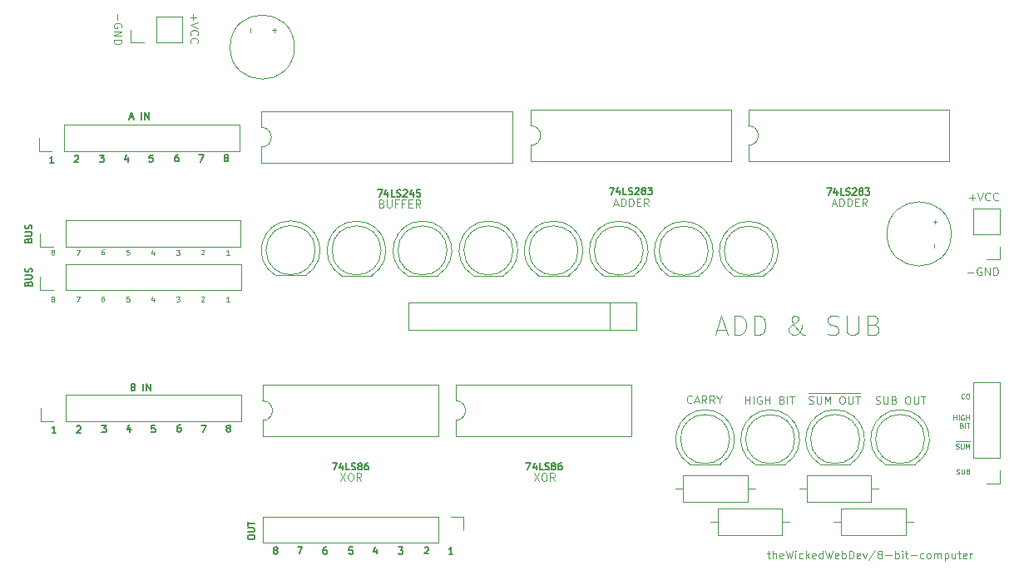
<source format=gbr>
%TF.GenerationSoftware,KiCad,Pcbnew,(5.1.9-0-10_14)*%
%TF.CreationDate,2021-05-08T23:41:31-04:00*%
%TF.ProjectId,ALU,414c552e-6b69-4636-9164-5f7063625858,rev?*%
%TF.SameCoordinates,Original*%
%TF.FileFunction,Legend,Top*%
%TF.FilePolarity,Positive*%
%FSLAX46Y46*%
G04 Gerber Fmt 4.6, Leading zero omitted, Abs format (unit mm)*
G04 Created by KiCad (PCBNEW (5.1.9-0-10_14)) date 2021-05-08 23:41:31*
%MOMM*%
%LPD*%
G01*
G04 APERTURE LIST*
%ADD10C,0.150000*%
%ADD11C,0.090000*%
%ADD12C,0.100000*%
%ADD13C,0.120000*%
%ADD14C,0.050000*%
G04 APERTURE END LIST*
D10*
X111436760Y-110542506D02*
X111036760Y-110542506D01*
X111236760Y-110542506D02*
X111236760Y-109842506D01*
X111170093Y-109942506D01*
X111103426Y-110009173D01*
X111036760Y-110042506D01*
X108578040Y-109883773D02*
X108611373Y-109850440D01*
X108678040Y-109817106D01*
X108844706Y-109817106D01*
X108911373Y-109850440D01*
X108944706Y-109883773D01*
X108978040Y-109950440D01*
X108978040Y-110017106D01*
X108944706Y-110117106D01*
X108544706Y-110517106D01*
X108978040Y-110517106D01*
X98568493Y-109842506D02*
X98435160Y-109842506D01*
X98368493Y-109875840D01*
X98335160Y-109909173D01*
X98268493Y-110009173D01*
X98235160Y-110142506D01*
X98235160Y-110409173D01*
X98268493Y-110475840D01*
X98301826Y-110509173D01*
X98368493Y-110542506D01*
X98501826Y-110542506D01*
X98568493Y-110509173D01*
X98601826Y-110475840D01*
X98635160Y-110409173D01*
X98635160Y-110242506D01*
X98601826Y-110175840D01*
X98568493Y-110142506D01*
X98501826Y-110109173D01*
X98368493Y-110109173D01*
X98301826Y-110142506D01*
X98268493Y-110175840D01*
X98235160Y-110242506D01*
X93339293Y-110142506D02*
X93272626Y-110109173D01*
X93239293Y-110075840D01*
X93205960Y-110009173D01*
X93205960Y-109975840D01*
X93239293Y-109909173D01*
X93272626Y-109875840D01*
X93339293Y-109842506D01*
X93472626Y-109842506D01*
X93539293Y-109875840D01*
X93572626Y-109909173D01*
X93605960Y-109975840D01*
X93605960Y-110009173D01*
X93572626Y-110075840D01*
X93539293Y-110109173D01*
X93472626Y-110142506D01*
X93339293Y-110142506D01*
X93272626Y-110175840D01*
X93239293Y-110209173D01*
X93205960Y-110275840D01*
X93205960Y-110409173D01*
X93239293Y-110475840D01*
X93272626Y-110509173D01*
X93339293Y-110542506D01*
X93472626Y-110542506D01*
X93539293Y-110509173D01*
X93572626Y-110475840D01*
X93605960Y-110409173D01*
X93605960Y-110275840D01*
X93572626Y-110209173D01*
X93539293Y-110175840D01*
X93472626Y-110142506D01*
X101228186Y-109842506D02*
X100894853Y-109842506D01*
X100861520Y-110175840D01*
X100894853Y-110142506D01*
X100961520Y-110109173D01*
X101128186Y-110109173D01*
X101194853Y-110142506D01*
X101228186Y-110175840D01*
X101261520Y-110242506D01*
X101261520Y-110409173D01*
X101228186Y-110475840D01*
X101194853Y-110509173D01*
X101128186Y-110542506D01*
X100961520Y-110542506D01*
X100894853Y-110509173D01*
X100861520Y-110475840D01*
X105933586Y-109837426D02*
X106366920Y-109837426D01*
X106133586Y-110104093D01*
X106233586Y-110104093D01*
X106300253Y-110137426D01*
X106333586Y-110170760D01*
X106366920Y-110237426D01*
X106366920Y-110404093D01*
X106333586Y-110470760D01*
X106300253Y-110504093D01*
X106233586Y-110537426D01*
X106033586Y-110537426D01*
X105966920Y-110504093D01*
X105933586Y-110470760D01*
X95646586Y-109812026D02*
X96113253Y-109812026D01*
X95813253Y-110512026D01*
X103729773Y-110050440D02*
X103729773Y-110517106D01*
X103563106Y-109783773D02*
X103396440Y-110283773D01*
X103829773Y-110283773D01*
X90553746Y-108893840D02*
X90553746Y-108760506D01*
X90587080Y-108693840D01*
X90653746Y-108627173D01*
X90787080Y-108593840D01*
X91020413Y-108593840D01*
X91153746Y-108627173D01*
X91220413Y-108693840D01*
X91253746Y-108760506D01*
X91253746Y-108893840D01*
X91220413Y-108960506D01*
X91153746Y-109027173D01*
X91020413Y-109060506D01*
X90787080Y-109060506D01*
X90653746Y-109027173D01*
X90587080Y-108960506D01*
X90553746Y-108893840D01*
X90553746Y-108293840D02*
X91120413Y-108293840D01*
X91187080Y-108260506D01*
X91220413Y-108227173D01*
X91253746Y-108160506D01*
X91253746Y-108027173D01*
X91220413Y-107960506D01*
X91187080Y-107927173D01*
X91120413Y-107893840D01*
X90553746Y-107893840D01*
X90553746Y-107660506D02*
X90553746Y-107260506D01*
X91253746Y-107460506D02*
X90553746Y-107460506D01*
D11*
X85032857Y-55529785D02*
X85032857Y-56139309D01*
X84728095Y-55834547D02*
X85337619Y-55834547D01*
X85528095Y-56405976D02*
X84728095Y-56672642D01*
X85528095Y-56939309D01*
X84804285Y-57663119D02*
X84766190Y-57625023D01*
X84728095Y-57510738D01*
X84728095Y-57434547D01*
X84766190Y-57320261D01*
X84842380Y-57244071D01*
X84918571Y-57205976D01*
X85070952Y-57167880D01*
X85185238Y-57167880D01*
X85337619Y-57205976D01*
X85413809Y-57244071D01*
X85490000Y-57320261D01*
X85528095Y-57434547D01*
X85528095Y-57510738D01*
X85490000Y-57625023D01*
X85451904Y-57663119D01*
X84804285Y-58463119D02*
X84766190Y-58425023D01*
X84728095Y-58310738D01*
X84728095Y-58234547D01*
X84766190Y-58120261D01*
X84842380Y-58044071D01*
X84918571Y-58005976D01*
X85070952Y-57967880D01*
X85185238Y-57967880D01*
X85337619Y-58005976D01*
X85413809Y-58044071D01*
X85490000Y-58120261D01*
X85528095Y-58234547D01*
X85528095Y-58310738D01*
X85490000Y-58425023D01*
X85451904Y-58463119D01*
X77252857Y-55503404D02*
X77252857Y-56112928D01*
X77710000Y-56912928D02*
X77748095Y-56836738D01*
X77748095Y-56722452D01*
X77710000Y-56608166D01*
X77633809Y-56531976D01*
X77557619Y-56493880D01*
X77405238Y-56455785D01*
X77290952Y-56455785D01*
X77138571Y-56493880D01*
X77062380Y-56531976D01*
X76986190Y-56608166D01*
X76948095Y-56722452D01*
X76948095Y-56798642D01*
X76986190Y-56912928D01*
X77024285Y-56951023D01*
X77290952Y-56951023D01*
X77290952Y-56798642D01*
X76948095Y-57293880D02*
X77748095Y-57293880D01*
X76948095Y-57751023D01*
X77748095Y-57751023D01*
X76948095Y-58131976D02*
X77748095Y-58131976D01*
X77748095Y-58322452D01*
X77710000Y-58436738D01*
X77633809Y-58512928D01*
X77557619Y-58551023D01*
X77405238Y-58589119D01*
X77290952Y-58589119D01*
X77138571Y-58551023D01*
X77062380Y-58512928D01*
X76986190Y-58436738D01*
X76948095Y-58322452D01*
X76948095Y-58131976D01*
D10*
X68245520Y-78577200D02*
X68278853Y-78477200D01*
X68312186Y-78443866D01*
X68378853Y-78410533D01*
X68478853Y-78410533D01*
X68545520Y-78443866D01*
X68578853Y-78477200D01*
X68612186Y-78543866D01*
X68612186Y-78810533D01*
X67912186Y-78810533D01*
X67912186Y-78577200D01*
X67945520Y-78510533D01*
X67978853Y-78477200D01*
X68045520Y-78443866D01*
X68112186Y-78443866D01*
X68178853Y-78477200D01*
X68212186Y-78510533D01*
X68245520Y-78577200D01*
X68245520Y-78810533D01*
X67912186Y-78110533D02*
X68478853Y-78110533D01*
X68545520Y-78077200D01*
X68578853Y-78043866D01*
X68612186Y-77977200D01*
X68612186Y-77843866D01*
X68578853Y-77777200D01*
X68545520Y-77743866D01*
X68478853Y-77710533D01*
X67912186Y-77710533D01*
X68578853Y-77410533D02*
X68612186Y-77310533D01*
X68612186Y-77143866D01*
X68578853Y-77077200D01*
X68545520Y-77043866D01*
X68478853Y-77010533D01*
X68412186Y-77010533D01*
X68345520Y-77043866D01*
X68312186Y-77077200D01*
X68278853Y-77143866D01*
X68245520Y-77277200D01*
X68212186Y-77343866D01*
X68178853Y-77377200D01*
X68112186Y-77410533D01*
X68045520Y-77410533D01*
X67978853Y-77377200D01*
X67945520Y-77343866D01*
X67912186Y-77277200D01*
X67912186Y-77110533D01*
X67945520Y-77010533D01*
D11*
X78496412Y-79543150D02*
X78258317Y-79543150D01*
X78234507Y-79781245D01*
X78258317Y-79757436D01*
X78305936Y-79733626D01*
X78424983Y-79733626D01*
X78472602Y-79757436D01*
X78496412Y-79781245D01*
X78520221Y-79828864D01*
X78520221Y-79947912D01*
X78496412Y-79995531D01*
X78472602Y-80019340D01*
X78424983Y-80043150D01*
X78305936Y-80043150D01*
X78258317Y-80019340D01*
X78234507Y-79995531D01*
X83300858Y-79578710D02*
X83610381Y-79578710D01*
X83443715Y-79769186D01*
X83515143Y-79769186D01*
X83562762Y-79792996D01*
X83586572Y-79816805D01*
X83610381Y-79864424D01*
X83610381Y-79983472D01*
X83586572Y-80031091D01*
X83562762Y-80054900D01*
X83515143Y-80078710D01*
X83372286Y-80078710D01*
X83324667Y-80054900D01*
X83300858Y-80031091D01*
X75907202Y-79527910D02*
X75811964Y-79527910D01*
X75764345Y-79551720D01*
X75740536Y-79575529D01*
X75692917Y-79646958D01*
X75669107Y-79742196D01*
X75669107Y-79932672D01*
X75692917Y-79980291D01*
X75716726Y-80004100D01*
X75764345Y-80027910D01*
X75859583Y-80027910D01*
X75907202Y-80004100D01*
X75931012Y-79980291D01*
X75954821Y-79932672D01*
X75954821Y-79813624D01*
X75931012Y-79766005D01*
X75907202Y-79742196D01*
X75859583Y-79718386D01*
X75764345Y-79718386D01*
X75716726Y-79742196D01*
X75692917Y-79766005D01*
X75669107Y-79813624D01*
X88700541Y-80053310D02*
X88414827Y-80053310D01*
X88557684Y-80053310D02*
X88557684Y-79553310D01*
X88510065Y-79624739D01*
X88462446Y-79672358D01*
X88414827Y-79696167D01*
X70674185Y-79767596D02*
X70626566Y-79743786D01*
X70602757Y-79719977D01*
X70578947Y-79672358D01*
X70578947Y-79648548D01*
X70602757Y-79600929D01*
X70626566Y-79577120D01*
X70674185Y-79553310D01*
X70769423Y-79553310D01*
X70817042Y-79577120D01*
X70840852Y-79600929D01*
X70864661Y-79648548D01*
X70864661Y-79672358D01*
X70840852Y-79719977D01*
X70817042Y-79743786D01*
X70769423Y-79767596D01*
X70674185Y-79767596D01*
X70626566Y-79791405D01*
X70602757Y-79815215D01*
X70578947Y-79862834D01*
X70578947Y-79958072D01*
X70602757Y-80005691D01*
X70626566Y-80029500D01*
X70674185Y-80053310D01*
X70769423Y-80053310D01*
X70817042Y-80029500D01*
X70840852Y-80005691D01*
X70864661Y-79958072D01*
X70864661Y-79862834D01*
X70840852Y-79815215D01*
X70817042Y-79791405D01*
X70769423Y-79767596D01*
X73120538Y-79568550D02*
X73453871Y-79568550D01*
X73239585Y-80068550D01*
X85849427Y-79585689D02*
X85873237Y-79561880D01*
X85920856Y-79538070D01*
X86039903Y-79538070D01*
X86087522Y-79561880D01*
X86111332Y-79585689D01*
X86135141Y-79633308D01*
X86135141Y-79680927D01*
X86111332Y-79752356D01*
X85825618Y-80038070D01*
X86135141Y-80038070D01*
X80997362Y-79730137D02*
X80997362Y-80063470D01*
X80878315Y-79539660D02*
X80759267Y-79896803D01*
X81068791Y-79896803D01*
D12*
X99980885Y-102289664D02*
X100514219Y-103089664D01*
X100514219Y-102289664D02*
X99980885Y-103089664D01*
X100971361Y-102289664D02*
X101123742Y-102289664D01*
X101199933Y-102327760D01*
X101276123Y-102403950D01*
X101314219Y-102556331D01*
X101314219Y-102822998D01*
X101276123Y-102975379D01*
X101199933Y-103051569D01*
X101123742Y-103089664D01*
X100971361Y-103089664D01*
X100895171Y-103051569D01*
X100818980Y-102975379D01*
X100780885Y-102822998D01*
X100780885Y-102556331D01*
X100818980Y-102403950D01*
X100895171Y-102327760D01*
X100971361Y-102289664D01*
X102114219Y-103089664D02*
X101847552Y-102708712D01*
X101657076Y-103089664D02*
X101657076Y-102289664D01*
X101961838Y-102289664D01*
X102038028Y-102327760D01*
X102076123Y-102365855D01*
X102114219Y-102442045D01*
X102114219Y-102556331D01*
X102076123Y-102632521D01*
X102038028Y-102670617D01*
X101961838Y-102708712D01*
X101657076Y-102708712D01*
D13*
X162615880Y-99070160D02*
X164053520Y-99070160D01*
X152908000Y-94127320D02*
X147670520Y-94127320D01*
D11*
X154478282Y-95228369D02*
X154592568Y-95266464D01*
X154783044Y-95266464D01*
X154859235Y-95228369D01*
X154897330Y-95190274D01*
X154935425Y-95114083D01*
X154935425Y-95037893D01*
X154897330Y-94961702D01*
X154859235Y-94923607D01*
X154783044Y-94885512D01*
X154630663Y-94847417D01*
X154554473Y-94809321D01*
X154516378Y-94771226D01*
X154478282Y-94695036D01*
X154478282Y-94618845D01*
X154516378Y-94542655D01*
X154554473Y-94504560D01*
X154630663Y-94466464D01*
X154821140Y-94466464D01*
X154935425Y-94504560D01*
X155278282Y-94466464D02*
X155278282Y-95114083D01*
X155316378Y-95190274D01*
X155354473Y-95228369D01*
X155430663Y-95266464D01*
X155583044Y-95266464D01*
X155659235Y-95228369D01*
X155697330Y-95190274D01*
X155735425Y-95114083D01*
X155735425Y-94466464D01*
X156383044Y-94847417D02*
X156497330Y-94885512D01*
X156535425Y-94923607D01*
X156573520Y-94999798D01*
X156573520Y-95114083D01*
X156535425Y-95190274D01*
X156497330Y-95228369D01*
X156421140Y-95266464D01*
X156116378Y-95266464D01*
X156116378Y-94466464D01*
X156383044Y-94466464D01*
X156459235Y-94504560D01*
X156497330Y-94542655D01*
X156535425Y-94618845D01*
X156535425Y-94695036D01*
X156497330Y-94771226D01*
X156459235Y-94809321D01*
X156383044Y-94847417D01*
X156116378Y-94847417D01*
X157678282Y-94466464D02*
X157830663Y-94466464D01*
X157906854Y-94504560D01*
X157983044Y-94580750D01*
X158021140Y-94733131D01*
X158021140Y-94999798D01*
X157983044Y-95152179D01*
X157906854Y-95228369D01*
X157830663Y-95266464D01*
X157678282Y-95266464D01*
X157602092Y-95228369D01*
X157525901Y-95152179D01*
X157487806Y-94999798D01*
X157487806Y-94733131D01*
X157525901Y-94580750D01*
X157602092Y-94504560D01*
X157678282Y-94466464D01*
X158363997Y-94466464D02*
X158363997Y-95114083D01*
X158402092Y-95190274D01*
X158440187Y-95228369D01*
X158516378Y-95266464D01*
X158668759Y-95266464D01*
X158744949Y-95228369D01*
X158783044Y-95190274D01*
X158821140Y-95114083D01*
X158821140Y-94466464D01*
X159087806Y-94466464D02*
X159544949Y-94466464D01*
X159316378Y-95266464D02*
X159316378Y-94466464D01*
X147678717Y-95202969D02*
X147793002Y-95241064D01*
X147983479Y-95241064D01*
X148059669Y-95202969D01*
X148097764Y-95164874D01*
X148135860Y-95088683D01*
X148135860Y-95012493D01*
X148097764Y-94936302D01*
X148059669Y-94898207D01*
X147983479Y-94860112D01*
X147831098Y-94822017D01*
X147754907Y-94783921D01*
X147716812Y-94745826D01*
X147678717Y-94669636D01*
X147678717Y-94593445D01*
X147716812Y-94517255D01*
X147754907Y-94479160D01*
X147831098Y-94441064D01*
X148021574Y-94441064D01*
X148135860Y-94479160D01*
X148478717Y-94441064D02*
X148478717Y-95088683D01*
X148516812Y-95164874D01*
X148554907Y-95202969D01*
X148631098Y-95241064D01*
X148783479Y-95241064D01*
X148859669Y-95202969D01*
X148897764Y-95164874D01*
X148935860Y-95088683D01*
X148935860Y-94441064D01*
X149316812Y-95241064D02*
X149316812Y-94441064D01*
X149583479Y-95012493D01*
X149850145Y-94441064D01*
X149850145Y-95241064D01*
X150993002Y-94441064D02*
X151145383Y-94441064D01*
X151221574Y-94479160D01*
X151297764Y-94555350D01*
X151335860Y-94707731D01*
X151335860Y-94974398D01*
X151297764Y-95126779D01*
X151221574Y-95202969D01*
X151145383Y-95241064D01*
X150993002Y-95241064D01*
X150916812Y-95202969D01*
X150840621Y-95126779D01*
X150802526Y-94974398D01*
X150802526Y-94707731D01*
X150840621Y-94555350D01*
X150916812Y-94479160D01*
X150993002Y-94441064D01*
X151678717Y-94441064D02*
X151678717Y-95088683D01*
X151716812Y-95164874D01*
X151754907Y-95202969D01*
X151831098Y-95241064D01*
X151983479Y-95241064D01*
X152059669Y-95202969D01*
X152097764Y-95164874D01*
X152135860Y-95088683D01*
X152135860Y-94441064D01*
X152402526Y-94441064D02*
X152859669Y-94441064D01*
X152631098Y-95241064D02*
X152631098Y-94441064D01*
X141209313Y-95235984D02*
X141209313Y-94435984D01*
X141209313Y-94816937D02*
X141666456Y-94816937D01*
X141666456Y-95235984D02*
X141666456Y-94435984D01*
X142047408Y-95235984D02*
X142047408Y-94435984D01*
X142847408Y-94474080D02*
X142771218Y-94435984D01*
X142656932Y-94435984D01*
X142542646Y-94474080D01*
X142466456Y-94550270D01*
X142428360Y-94626460D01*
X142390265Y-94778841D01*
X142390265Y-94893127D01*
X142428360Y-95045508D01*
X142466456Y-95121699D01*
X142542646Y-95197889D01*
X142656932Y-95235984D01*
X142733122Y-95235984D01*
X142847408Y-95197889D01*
X142885503Y-95159794D01*
X142885503Y-94893127D01*
X142733122Y-94893127D01*
X143228360Y-95235984D02*
X143228360Y-94435984D01*
X143228360Y-94816937D02*
X143685503Y-94816937D01*
X143685503Y-95235984D02*
X143685503Y-94435984D01*
X144942646Y-94816937D02*
X145056932Y-94855032D01*
X145095027Y-94893127D01*
X145133122Y-94969318D01*
X145133122Y-95083603D01*
X145095027Y-95159794D01*
X145056932Y-95197889D01*
X144980741Y-95235984D01*
X144675980Y-95235984D01*
X144675980Y-94435984D01*
X144942646Y-94435984D01*
X145018837Y-94474080D01*
X145056932Y-94512175D01*
X145095027Y-94588365D01*
X145095027Y-94664556D01*
X145056932Y-94740746D01*
X145018837Y-94778841D01*
X144942646Y-94816937D01*
X144675980Y-94816937D01*
X145475980Y-95235984D02*
X145475980Y-94435984D01*
X145742646Y-94435984D02*
X146199789Y-94435984D01*
X145971218Y-95235984D02*
X145971218Y-94435984D01*
X135776010Y-95108994D02*
X135737915Y-95147089D01*
X135623629Y-95185184D01*
X135547439Y-95185184D01*
X135433153Y-95147089D01*
X135356962Y-95070899D01*
X135318867Y-94994708D01*
X135280772Y-94842327D01*
X135280772Y-94728041D01*
X135318867Y-94575660D01*
X135356962Y-94499470D01*
X135433153Y-94423280D01*
X135547439Y-94385184D01*
X135623629Y-94385184D01*
X135737915Y-94423280D01*
X135776010Y-94461375D01*
X136080772Y-94956613D02*
X136461724Y-94956613D01*
X136004581Y-95185184D02*
X136271248Y-94385184D01*
X136537915Y-95185184D01*
X137261724Y-95185184D02*
X136995058Y-94804232D01*
X136804581Y-95185184D02*
X136804581Y-94385184D01*
X137109343Y-94385184D01*
X137185534Y-94423280D01*
X137223629Y-94461375D01*
X137261724Y-94537565D01*
X137261724Y-94651851D01*
X137223629Y-94728041D01*
X137185534Y-94766137D01*
X137109343Y-94804232D01*
X136804581Y-94804232D01*
X138061724Y-95185184D02*
X137795058Y-94804232D01*
X137604581Y-95185184D02*
X137604581Y-94385184D01*
X137909343Y-94385184D01*
X137985534Y-94423280D01*
X138023629Y-94461375D01*
X138061724Y-94537565D01*
X138061724Y-94651851D01*
X138023629Y-94728041D01*
X137985534Y-94766137D01*
X137909343Y-94804232D01*
X137604581Y-94804232D01*
X138556962Y-94804232D02*
X138556962Y-95185184D01*
X138290296Y-94385184D02*
X138556962Y-94804232D01*
X138823629Y-94385184D01*
D14*
X143441904Y-110458571D02*
X143746666Y-110458571D01*
X143556190Y-110191904D02*
X143556190Y-110877619D01*
X143594285Y-110953809D01*
X143670476Y-110991904D01*
X143746666Y-110991904D01*
X144013333Y-110991904D02*
X144013333Y-110191904D01*
X144356190Y-110991904D02*
X144356190Y-110572857D01*
X144318095Y-110496666D01*
X144241904Y-110458571D01*
X144127619Y-110458571D01*
X144051428Y-110496666D01*
X144013333Y-110534761D01*
X145041904Y-110953809D02*
X144965714Y-110991904D01*
X144813333Y-110991904D01*
X144737142Y-110953809D01*
X144699047Y-110877619D01*
X144699047Y-110572857D01*
X144737142Y-110496666D01*
X144813333Y-110458571D01*
X144965714Y-110458571D01*
X145041904Y-110496666D01*
X145080000Y-110572857D01*
X145080000Y-110649047D01*
X144699047Y-110725238D01*
X145346666Y-110191904D02*
X145537142Y-110991904D01*
X145689523Y-110420476D01*
X145841904Y-110991904D01*
X146032380Y-110191904D01*
X146337142Y-110991904D02*
X146337142Y-110458571D01*
X146337142Y-110191904D02*
X146299047Y-110230000D01*
X146337142Y-110268095D01*
X146375238Y-110230000D01*
X146337142Y-110191904D01*
X146337142Y-110268095D01*
X147060952Y-110953809D02*
X146984761Y-110991904D01*
X146832380Y-110991904D01*
X146756190Y-110953809D01*
X146718095Y-110915714D01*
X146680000Y-110839523D01*
X146680000Y-110610952D01*
X146718095Y-110534761D01*
X146756190Y-110496666D01*
X146832380Y-110458571D01*
X146984761Y-110458571D01*
X147060952Y-110496666D01*
X147403809Y-110991904D02*
X147403809Y-110191904D01*
X147480000Y-110687142D02*
X147708571Y-110991904D01*
X147708571Y-110458571D02*
X147403809Y-110763333D01*
X148356190Y-110953809D02*
X148280000Y-110991904D01*
X148127619Y-110991904D01*
X148051428Y-110953809D01*
X148013333Y-110877619D01*
X148013333Y-110572857D01*
X148051428Y-110496666D01*
X148127619Y-110458571D01*
X148280000Y-110458571D01*
X148356190Y-110496666D01*
X148394285Y-110572857D01*
X148394285Y-110649047D01*
X148013333Y-110725238D01*
X149080000Y-110991904D02*
X149080000Y-110191904D01*
X149080000Y-110953809D02*
X149003809Y-110991904D01*
X148851428Y-110991904D01*
X148775238Y-110953809D01*
X148737142Y-110915714D01*
X148699047Y-110839523D01*
X148699047Y-110610952D01*
X148737142Y-110534761D01*
X148775238Y-110496666D01*
X148851428Y-110458571D01*
X149003809Y-110458571D01*
X149080000Y-110496666D01*
X149384761Y-110191904D02*
X149575238Y-110991904D01*
X149727619Y-110420476D01*
X149880000Y-110991904D01*
X150070476Y-110191904D01*
X150680000Y-110953809D02*
X150603809Y-110991904D01*
X150451428Y-110991904D01*
X150375238Y-110953809D01*
X150337142Y-110877619D01*
X150337142Y-110572857D01*
X150375238Y-110496666D01*
X150451428Y-110458571D01*
X150603809Y-110458571D01*
X150680000Y-110496666D01*
X150718095Y-110572857D01*
X150718095Y-110649047D01*
X150337142Y-110725238D01*
X151060952Y-110991904D02*
X151060952Y-110191904D01*
X151060952Y-110496666D02*
X151137142Y-110458571D01*
X151289523Y-110458571D01*
X151365714Y-110496666D01*
X151403809Y-110534761D01*
X151441904Y-110610952D01*
X151441904Y-110839523D01*
X151403809Y-110915714D01*
X151365714Y-110953809D01*
X151289523Y-110991904D01*
X151137142Y-110991904D01*
X151060952Y-110953809D01*
X151784761Y-110991904D02*
X151784761Y-110191904D01*
X151975238Y-110191904D01*
X152089523Y-110230000D01*
X152165714Y-110306190D01*
X152203809Y-110382380D01*
X152241904Y-110534761D01*
X152241904Y-110649047D01*
X152203809Y-110801428D01*
X152165714Y-110877619D01*
X152089523Y-110953809D01*
X151975238Y-110991904D01*
X151784761Y-110991904D01*
X152889523Y-110953809D02*
X152813333Y-110991904D01*
X152660952Y-110991904D01*
X152584761Y-110953809D01*
X152546666Y-110877619D01*
X152546666Y-110572857D01*
X152584761Y-110496666D01*
X152660952Y-110458571D01*
X152813333Y-110458571D01*
X152889523Y-110496666D01*
X152927619Y-110572857D01*
X152927619Y-110649047D01*
X152546666Y-110725238D01*
X153194285Y-110458571D02*
X153384761Y-110991904D01*
X153575238Y-110458571D01*
X154451428Y-110153809D02*
X153765714Y-111182380D01*
X154832380Y-110534761D02*
X154756190Y-110496666D01*
X154718095Y-110458571D01*
X154680000Y-110382380D01*
X154680000Y-110344285D01*
X154718095Y-110268095D01*
X154756190Y-110230000D01*
X154832380Y-110191904D01*
X154984761Y-110191904D01*
X155060952Y-110230000D01*
X155099047Y-110268095D01*
X155137142Y-110344285D01*
X155137142Y-110382380D01*
X155099047Y-110458571D01*
X155060952Y-110496666D01*
X154984761Y-110534761D01*
X154832380Y-110534761D01*
X154756190Y-110572857D01*
X154718095Y-110610952D01*
X154680000Y-110687142D01*
X154680000Y-110839523D01*
X154718095Y-110915714D01*
X154756190Y-110953809D01*
X154832380Y-110991904D01*
X154984761Y-110991904D01*
X155060952Y-110953809D01*
X155099047Y-110915714D01*
X155137142Y-110839523D01*
X155137142Y-110687142D01*
X155099047Y-110610952D01*
X155060952Y-110572857D01*
X154984761Y-110534761D01*
X155480000Y-110687142D02*
X156089523Y-110687142D01*
X156470476Y-110991904D02*
X156470476Y-110191904D01*
X156470476Y-110496666D02*
X156546666Y-110458571D01*
X156699047Y-110458571D01*
X156775238Y-110496666D01*
X156813333Y-110534761D01*
X156851428Y-110610952D01*
X156851428Y-110839523D01*
X156813333Y-110915714D01*
X156775238Y-110953809D01*
X156699047Y-110991904D01*
X156546666Y-110991904D01*
X156470476Y-110953809D01*
X157194285Y-110991904D02*
X157194285Y-110458571D01*
X157194285Y-110191904D02*
X157156190Y-110230000D01*
X157194285Y-110268095D01*
X157232380Y-110230000D01*
X157194285Y-110191904D01*
X157194285Y-110268095D01*
X157460952Y-110458571D02*
X157765714Y-110458571D01*
X157575238Y-110191904D02*
X157575238Y-110877619D01*
X157613333Y-110953809D01*
X157689523Y-110991904D01*
X157765714Y-110991904D01*
X158032380Y-110687142D02*
X158641904Y-110687142D01*
X159365714Y-110953809D02*
X159289523Y-110991904D01*
X159137142Y-110991904D01*
X159060952Y-110953809D01*
X159022857Y-110915714D01*
X158984761Y-110839523D01*
X158984761Y-110610952D01*
X159022857Y-110534761D01*
X159060952Y-110496666D01*
X159137142Y-110458571D01*
X159289523Y-110458571D01*
X159365714Y-110496666D01*
X159822857Y-110991904D02*
X159746666Y-110953809D01*
X159708571Y-110915714D01*
X159670476Y-110839523D01*
X159670476Y-110610952D01*
X159708571Y-110534761D01*
X159746666Y-110496666D01*
X159822857Y-110458571D01*
X159937142Y-110458571D01*
X160013333Y-110496666D01*
X160051428Y-110534761D01*
X160089523Y-110610952D01*
X160089523Y-110839523D01*
X160051428Y-110915714D01*
X160013333Y-110953809D01*
X159937142Y-110991904D01*
X159822857Y-110991904D01*
X160432380Y-110991904D02*
X160432380Y-110458571D01*
X160432380Y-110534761D02*
X160470476Y-110496666D01*
X160546666Y-110458571D01*
X160660952Y-110458571D01*
X160737142Y-110496666D01*
X160775238Y-110572857D01*
X160775238Y-110991904D01*
X160775238Y-110572857D02*
X160813333Y-110496666D01*
X160889523Y-110458571D01*
X161003809Y-110458571D01*
X161080000Y-110496666D01*
X161118095Y-110572857D01*
X161118095Y-110991904D01*
X161499047Y-110458571D02*
X161499047Y-111258571D01*
X161499047Y-110496666D02*
X161575238Y-110458571D01*
X161727619Y-110458571D01*
X161803809Y-110496666D01*
X161841904Y-110534761D01*
X161880000Y-110610952D01*
X161880000Y-110839523D01*
X161841904Y-110915714D01*
X161803809Y-110953809D01*
X161727619Y-110991904D01*
X161575238Y-110991904D01*
X161499047Y-110953809D01*
X162565714Y-110458571D02*
X162565714Y-110991904D01*
X162222857Y-110458571D02*
X162222857Y-110877619D01*
X162260952Y-110953809D01*
X162337142Y-110991904D01*
X162451428Y-110991904D01*
X162527619Y-110953809D01*
X162565714Y-110915714D01*
X162832380Y-110458571D02*
X163137142Y-110458571D01*
X162946666Y-110191904D02*
X162946666Y-110877619D01*
X162984761Y-110953809D01*
X163060952Y-110991904D01*
X163137142Y-110991904D01*
X163708571Y-110953809D02*
X163632380Y-110991904D01*
X163480000Y-110991904D01*
X163403809Y-110953809D01*
X163365714Y-110877619D01*
X163365714Y-110572857D01*
X163403809Y-110496666D01*
X163480000Y-110458571D01*
X163632380Y-110458571D01*
X163708571Y-110496666D01*
X163746666Y-110572857D01*
X163746666Y-110649047D01*
X163365714Y-110725238D01*
X164089523Y-110991904D02*
X164089523Y-110458571D01*
X164089523Y-110610952D02*
X164127619Y-110534761D01*
X164165714Y-110496666D01*
X164241904Y-110458571D01*
X164318095Y-110458571D01*
D12*
X138324984Y-87668693D02*
X139277365Y-87668693D01*
X138134508Y-88240121D02*
X138801175Y-86240121D01*
X139467841Y-88240121D01*
X140134508Y-88240121D02*
X140134508Y-86240121D01*
X140610699Y-86240121D01*
X140896413Y-86335360D01*
X141086889Y-86525836D01*
X141182127Y-86716312D01*
X141277365Y-87097264D01*
X141277365Y-87382979D01*
X141182127Y-87763931D01*
X141086889Y-87954407D01*
X140896413Y-88144883D01*
X140610699Y-88240121D01*
X140134508Y-88240121D01*
X142134508Y-88240121D02*
X142134508Y-86240121D01*
X142610699Y-86240121D01*
X142896413Y-86335360D01*
X143086889Y-86525836D01*
X143182127Y-86716312D01*
X143277365Y-87097264D01*
X143277365Y-87382979D01*
X143182127Y-87763931D01*
X143086889Y-87954407D01*
X142896413Y-88144883D01*
X142610699Y-88240121D01*
X142134508Y-88240121D01*
X147277365Y-88240121D02*
X147182127Y-88240121D01*
X146991651Y-88144883D01*
X146705937Y-87859169D01*
X146229746Y-87287740D01*
X146039270Y-87002026D01*
X145944032Y-86716312D01*
X145944032Y-86525836D01*
X146039270Y-86335360D01*
X146229746Y-86240121D01*
X146324984Y-86240121D01*
X146515460Y-86335360D01*
X146610699Y-86525836D01*
X146610699Y-86621074D01*
X146515460Y-86811550D01*
X146420222Y-86906788D01*
X145848794Y-87287740D01*
X145753556Y-87382979D01*
X145658318Y-87573455D01*
X145658318Y-87859169D01*
X145753556Y-88049645D01*
X145848794Y-88144883D01*
X146039270Y-88240121D01*
X146324984Y-88240121D01*
X146515460Y-88144883D01*
X146610699Y-88049645D01*
X146896413Y-87668693D01*
X146991651Y-87382979D01*
X146991651Y-87192502D01*
X149563080Y-88144883D02*
X149848794Y-88240121D01*
X150324984Y-88240121D01*
X150515460Y-88144883D01*
X150610699Y-88049645D01*
X150705937Y-87859169D01*
X150705937Y-87668693D01*
X150610699Y-87478217D01*
X150515460Y-87382979D01*
X150324984Y-87287740D01*
X149944032Y-87192502D01*
X149753556Y-87097264D01*
X149658318Y-87002026D01*
X149563080Y-86811550D01*
X149563080Y-86621074D01*
X149658318Y-86430598D01*
X149753556Y-86335360D01*
X149944032Y-86240121D01*
X150420222Y-86240121D01*
X150705937Y-86335360D01*
X151563080Y-86240121D02*
X151563080Y-87859169D01*
X151658318Y-88049645D01*
X151753556Y-88144883D01*
X151944032Y-88240121D01*
X152324984Y-88240121D01*
X152515460Y-88144883D01*
X152610699Y-88049645D01*
X152705937Y-87859169D01*
X152705937Y-86240121D01*
X154324984Y-87192502D02*
X154610699Y-87287740D01*
X154705937Y-87382979D01*
X154801175Y-87573455D01*
X154801175Y-87859169D01*
X154705937Y-88049645D01*
X154610699Y-88144883D01*
X154420222Y-88240121D01*
X153658318Y-88240121D01*
X153658318Y-86240121D01*
X154324984Y-86240121D01*
X154515460Y-86335360D01*
X154610699Y-86430598D01*
X154705937Y-86621074D01*
X154705937Y-86811550D01*
X154610699Y-87002026D01*
X154515460Y-87097264D01*
X154324984Y-87192502D01*
X153658318Y-87192502D01*
X104220236Y-74832857D02*
X104334521Y-74870952D01*
X104372617Y-74909047D01*
X104410712Y-74985238D01*
X104410712Y-75099523D01*
X104372617Y-75175714D01*
X104334521Y-75213809D01*
X104258331Y-75251904D01*
X103953569Y-75251904D01*
X103953569Y-74451904D01*
X104220236Y-74451904D01*
X104296426Y-74490000D01*
X104334521Y-74528095D01*
X104372617Y-74604285D01*
X104372617Y-74680476D01*
X104334521Y-74756666D01*
X104296426Y-74794761D01*
X104220236Y-74832857D01*
X103953569Y-74832857D01*
X104753569Y-74451904D02*
X104753569Y-75099523D01*
X104791664Y-75175714D01*
X104829760Y-75213809D01*
X104905950Y-75251904D01*
X105058331Y-75251904D01*
X105134521Y-75213809D01*
X105172617Y-75175714D01*
X105210712Y-75099523D01*
X105210712Y-74451904D01*
X105858331Y-74832857D02*
X105591664Y-74832857D01*
X105591664Y-75251904D02*
X105591664Y-74451904D01*
X105972617Y-74451904D01*
X106544045Y-74832857D02*
X106277379Y-74832857D01*
X106277379Y-75251904D02*
X106277379Y-74451904D01*
X106658331Y-74451904D01*
X106963093Y-74832857D02*
X107229760Y-74832857D01*
X107344045Y-75251904D02*
X106963093Y-75251904D01*
X106963093Y-74451904D01*
X107344045Y-74451904D01*
X108144045Y-75251904D02*
X107877379Y-74870952D01*
X107686902Y-75251904D02*
X107686902Y-74451904D01*
X107991664Y-74451904D01*
X108067855Y-74490000D01*
X108105950Y-74528095D01*
X108144045Y-74604285D01*
X108144045Y-74718571D01*
X108105950Y-74794761D01*
X108067855Y-74832857D01*
X107991664Y-74870952D01*
X107686902Y-74870952D01*
D10*
X127406666Y-73206666D02*
X127873333Y-73206666D01*
X127573333Y-73906666D01*
X128440000Y-73440000D02*
X128440000Y-73906666D01*
X128273333Y-73173333D02*
X128106666Y-73673333D01*
X128540000Y-73673333D01*
X129140000Y-73906666D02*
X128806666Y-73906666D01*
X128806666Y-73206666D01*
X129340000Y-73873333D02*
X129440000Y-73906666D01*
X129606666Y-73906666D01*
X129673333Y-73873333D01*
X129706666Y-73840000D01*
X129740000Y-73773333D01*
X129740000Y-73706666D01*
X129706666Y-73640000D01*
X129673333Y-73606666D01*
X129606666Y-73573333D01*
X129473333Y-73540000D01*
X129406666Y-73506666D01*
X129373333Y-73473333D01*
X129340000Y-73406666D01*
X129340000Y-73340000D01*
X129373333Y-73273333D01*
X129406666Y-73240000D01*
X129473333Y-73206666D01*
X129640000Y-73206666D01*
X129740000Y-73240000D01*
X130006666Y-73273333D02*
X130040000Y-73240000D01*
X130106666Y-73206666D01*
X130273333Y-73206666D01*
X130340000Y-73240000D01*
X130373333Y-73273333D01*
X130406666Y-73340000D01*
X130406666Y-73406666D01*
X130373333Y-73506666D01*
X129973333Y-73906666D01*
X130406666Y-73906666D01*
X130806666Y-73506666D02*
X130740000Y-73473333D01*
X130706666Y-73440000D01*
X130673333Y-73373333D01*
X130673333Y-73340000D01*
X130706666Y-73273333D01*
X130740000Y-73240000D01*
X130806666Y-73206666D01*
X130940000Y-73206666D01*
X131006666Y-73240000D01*
X131040000Y-73273333D01*
X131073333Y-73340000D01*
X131073333Y-73373333D01*
X131040000Y-73440000D01*
X131006666Y-73473333D01*
X130940000Y-73506666D01*
X130806666Y-73506666D01*
X130740000Y-73540000D01*
X130706666Y-73573333D01*
X130673333Y-73640000D01*
X130673333Y-73773333D01*
X130706666Y-73840000D01*
X130740000Y-73873333D01*
X130806666Y-73906666D01*
X130940000Y-73906666D01*
X131006666Y-73873333D01*
X131040000Y-73840000D01*
X131073333Y-73773333D01*
X131073333Y-73640000D01*
X131040000Y-73573333D01*
X131006666Y-73540000D01*
X130940000Y-73506666D01*
X131306666Y-73206666D02*
X131740000Y-73206666D01*
X131506666Y-73473333D01*
X131606666Y-73473333D01*
X131673333Y-73506666D01*
X131706666Y-73540000D01*
X131740000Y-73606666D01*
X131740000Y-73773333D01*
X131706666Y-73840000D01*
X131673333Y-73873333D01*
X131606666Y-73906666D01*
X131406666Y-73906666D01*
X131340000Y-73873333D01*
X131306666Y-73840000D01*
D12*
X127858739Y-74885533D02*
X128239691Y-74885533D01*
X127782548Y-75114104D02*
X128049215Y-74314104D01*
X128315881Y-75114104D01*
X128582548Y-75114104D02*
X128582548Y-74314104D01*
X128773024Y-74314104D01*
X128887310Y-74352200D01*
X128963500Y-74428390D01*
X129001596Y-74504580D01*
X129039691Y-74656961D01*
X129039691Y-74771247D01*
X129001596Y-74923628D01*
X128963500Y-74999819D01*
X128887310Y-75076009D01*
X128773024Y-75114104D01*
X128582548Y-75114104D01*
X129382548Y-75114104D02*
X129382548Y-74314104D01*
X129573024Y-74314104D01*
X129687310Y-74352200D01*
X129763500Y-74428390D01*
X129801596Y-74504580D01*
X129839691Y-74656961D01*
X129839691Y-74771247D01*
X129801596Y-74923628D01*
X129763500Y-74999819D01*
X129687310Y-75076009D01*
X129573024Y-75114104D01*
X129382548Y-75114104D01*
X130182548Y-74695057D02*
X130449215Y-74695057D01*
X130563500Y-75114104D02*
X130182548Y-75114104D01*
X130182548Y-74314104D01*
X130563500Y-74314104D01*
X131363500Y-75114104D02*
X131096834Y-74733152D01*
X130906358Y-75114104D02*
X130906358Y-74314104D01*
X131211120Y-74314104D01*
X131287310Y-74352200D01*
X131325405Y-74390295D01*
X131363500Y-74466485D01*
X131363500Y-74580771D01*
X131325405Y-74656961D01*
X131287310Y-74695057D01*
X131211120Y-74733152D01*
X130906358Y-74733152D01*
X150087619Y-74873333D02*
X150468571Y-74873333D01*
X150011428Y-75101904D02*
X150278095Y-74301904D01*
X150544761Y-75101904D01*
X150811428Y-75101904D02*
X150811428Y-74301904D01*
X151001904Y-74301904D01*
X151116190Y-74340000D01*
X151192380Y-74416190D01*
X151230476Y-74492380D01*
X151268571Y-74644761D01*
X151268571Y-74759047D01*
X151230476Y-74911428D01*
X151192380Y-74987619D01*
X151116190Y-75063809D01*
X151001904Y-75101904D01*
X150811428Y-75101904D01*
X151611428Y-75101904D02*
X151611428Y-74301904D01*
X151801904Y-74301904D01*
X151916190Y-74340000D01*
X151992380Y-74416190D01*
X152030476Y-74492380D01*
X152068571Y-74644761D01*
X152068571Y-74759047D01*
X152030476Y-74911428D01*
X151992380Y-74987619D01*
X151916190Y-75063809D01*
X151801904Y-75101904D01*
X151611428Y-75101904D01*
X152411428Y-74682857D02*
X152678095Y-74682857D01*
X152792380Y-75101904D02*
X152411428Y-75101904D01*
X152411428Y-74301904D01*
X152792380Y-74301904D01*
X153592380Y-75101904D02*
X153325714Y-74720952D01*
X153135238Y-75101904D02*
X153135238Y-74301904D01*
X153440000Y-74301904D01*
X153516190Y-74340000D01*
X153554285Y-74378095D01*
X153592380Y-74454285D01*
X153592380Y-74568571D01*
X153554285Y-74644761D01*
X153516190Y-74682857D01*
X153440000Y-74720952D01*
X153135238Y-74720952D01*
X119681125Y-102304904D02*
X120214459Y-103104904D01*
X120214459Y-102304904D02*
X119681125Y-103104904D01*
X120671601Y-102304904D02*
X120823982Y-102304904D01*
X120900173Y-102343000D01*
X120976363Y-102419190D01*
X121014459Y-102571571D01*
X121014459Y-102838238D01*
X120976363Y-102990619D01*
X120900173Y-103066809D01*
X120823982Y-103104904D01*
X120671601Y-103104904D01*
X120595411Y-103066809D01*
X120519220Y-102990619D01*
X120481125Y-102838238D01*
X120481125Y-102571571D01*
X120519220Y-102419190D01*
X120595411Y-102343000D01*
X120671601Y-102304904D01*
X121814459Y-103104904D02*
X121547792Y-102723952D01*
X121357316Y-103104904D02*
X121357316Y-102304904D01*
X121662078Y-102304904D01*
X121738268Y-102343000D01*
X121776363Y-102381095D01*
X121814459Y-102457285D01*
X121814459Y-102571571D01*
X121776363Y-102647761D01*
X121738268Y-102685857D01*
X121662078Y-102723952D01*
X121357316Y-102723952D01*
D11*
X160467194Y-79349300D02*
X160467194Y-78968347D01*
X160507834Y-76900740D02*
X160507834Y-76519787D01*
X160698310Y-76710263D02*
X160317358Y-76710263D01*
D10*
X118896520Y-101257306D02*
X119363186Y-101257306D01*
X119063186Y-101957306D01*
X119929853Y-101490640D02*
X119929853Y-101957306D01*
X119763186Y-101223973D02*
X119596520Y-101723973D01*
X120029853Y-101723973D01*
X120629853Y-101957306D02*
X120296520Y-101957306D01*
X120296520Y-101257306D01*
X120829853Y-101923973D02*
X120929853Y-101957306D01*
X121096520Y-101957306D01*
X121163186Y-101923973D01*
X121196520Y-101890640D01*
X121229853Y-101823973D01*
X121229853Y-101757306D01*
X121196520Y-101690640D01*
X121163186Y-101657306D01*
X121096520Y-101623973D01*
X120963186Y-101590640D01*
X120896520Y-101557306D01*
X120863186Y-101523973D01*
X120829853Y-101457306D01*
X120829853Y-101390640D01*
X120863186Y-101323973D01*
X120896520Y-101290640D01*
X120963186Y-101257306D01*
X121129853Y-101257306D01*
X121229853Y-101290640D01*
X121629853Y-101557306D02*
X121563186Y-101523973D01*
X121529853Y-101490640D01*
X121496520Y-101423973D01*
X121496520Y-101390640D01*
X121529853Y-101323973D01*
X121563186Y-101290640D01*
X121629853Y-101257306D01*
X121763186Y-101257306D01*
X121829853Y-101290640D01*
X121863186Y-101323973D01*
X121896520Y-101390640D01*
X121896520Y-101423973D01*
X121863186Y-101490640D01*
X121829853Y-101523973D01*
X121763186Y-101557306D01*
X121629853Y-101557306D01*
X121563186Y-101590640D01*
X121529853Y-101623973D01*
X121496520Y-101690640D01*
X121496520Y-101823973D01*
X121529853Y-101890640D01*
X121563186Y-101923973D01*
X121629853Y-101957306D01*
X121763186Y-101957306D01*
X121829853Y-101923973D01*
X121863186Y-101890640D01*
X121896520Y-101823973D01*
X121896520Y-101690640D01*
X121863186Y-101623973D01*
X121829853Y-101590640D01*
X121763186Y-101557306D01*
X122496520Y-101257306D02*
X122363186Y-101257306D01*
X122296520Y-101290640D01*
X122263186Y-101323973D01*
X122196520Y-101423973D01*
X122163186Y-101557306D01*
X122163186Y-101823973D01*
X122196520Y-101890640D01*
X122229853Y-101923973D01*
X122296520Y-101957306D01*
X122429853Y-101957306D01*
X122496520Y-101923973D01*
X122529853Y-101890640D01*
X122563186Y-101823973D01*
X122563186Y-101657306D01*
X122529853Y-101590640D01*
X122496520Y-101557306D01*
X122429853Y-101523973D01*
X122296520Y-101523973D01*
X122229853Y-101557306D01*
X122196520Y-101590640D01*
X122163186Y-101657306D01*
X99201360Y-101267466D02*
X99668026Y-101267466D01*
X99368026Y-101967466D01*
X100234693Y-101500800D02*
X100234693Y-101967466D01*
X100068026Y-101234133D02*
X99901360Y-101734133D01*
X100334693Y-101734133D01*
X100934693Y-101967466D02*
X100601360Y-101967466D01*
X100601360Y-101267466D01*
X101134693Y-101934133D02*
X101234693Y-101967466D01*
X101401360Y-101967466D01*
X101468026Y-101934133D01*
X101501360Y-101900800D01*
X101534693Y-101834133D01*
X101534693Y-101767466D01*
X101501360Y-101700800D01*
X101468026Y-101667466D01*
X101401360Y-101634133D01*
X101268026Y-101600800D01*
X101201360Y-101567466D01*
X101168026Y-101534133D01*
X101134693Y-101467466D01*
X101134693Y-101400800D01*
X101168026Y-101334133D01*
X101201360Y-101300800D01*
X101268026Y-101267466D01*
X101434693Y-101267466D01*
X101534693Y-101300800D01*
X101934693Y-101567466D02*
X101868026Y-101534133D01*
X101834693Y-101500800D01*
X101801360Y-101434133D01*
X101801360Y-101400800D01*
X101834693Y-101334133D01*
X101868026Y-101300800D01*
X101934693Y-101267466D01*
X102068026Y-101267466D01*
X102134693Y-101300800D01*
X102168026Y-101334133D01*
X102201360Y-101400800D01*
X102201360Y-101434133D01*
X102168026Y-101500800D01*
X102134693Y-101534133D01*
X102068026Y-101567466D01*
X101934693Y-101567466D01*
X101868026Y-101600800D01*
X101834693Y-101634133D01*
X101801360Y-101700800D01*
X101801360Y-101834133D01*
X101834693Y-101900800D01*
X101868026Y-101934133D01*
X101934693Y-101967466D01*
X102068026Y-101967466D01*
X102134693Y-101934133D01*
X102168026Y-101900800D01*
X102201360Y-101834133D01*
X102201360Y-101700800D01*
X102168026Y-101634133D01*
X102134693Y-101600800D01*
X102068026Y-101567466D01*
X102801360Y-101267466D02*
X102668026Y-101267466D01*
X102601360Y-101300800D01*
X102568026Y-101334133D01*
X102501360Y-101434133D01*
X102468026Y-101567466D01*
X102468026Y-101834133D01*
X102501360Y-101900800D01*
X102534693Y-101934133D01*
X102601360Y-101967466D01*
X102734693Y-101967466D01*
X102801360Y-101934133D01*
X102834693Y-101900800D01*
X102868026Y-101834133D01*
X102868026Y-101667466D01*
X102834693Y-101600800D01*
X102801360Y-101567466D01*
X102734693Y-101534133D01*
X102601360Y-101534133D01*
X102534693Y-101567466D01*
X102501360Y-101600800D01*
X102468026Y-101667466D01*
X149525786Y-73256346D02*
X149992453Y-73256346D01*
X149692453Y-73956346D01*
X150559120Y-73489680D02*
X150559120Y-73956346D01*
X150392453Y-73223013D02*
X150225786Y-73723013D01*
X150659120Y-73723013D01*
X151259120Y-73956346D02*
X150925786Y-73956346D01*
X150925786Y-73256346D01*
X151459120Y-73923013D02*
X151559120Y-73956346D01*
X151725786Y-73956346D01*
X151792453Y-73923013D01*
X151825786Y-73889680D01*
X151859120Y-73823013D01*
X151859120Y-73756346D01*
X151825786Y-73689680D01*
X151792453Y-73656346D01*
X151725786Y-73623013D01*
X151592453Y-73589680D01*
X151525786Y-73556346D01*
X151492453Y-73523013D01*
X151459120Y-73456346D01*
X151459120Y-73389680D01*
X151492453Y-73323013D01*
X151525786Y-73289680D01*
X151592453Y-73256346D01*
X151759120Y-73256346D01*
X151859120Y-73289680D01*
X152125786Y-73323013D02*
X152159120Y-73289680D01*
X152225786Y-73256346D01*
X152392453Y-73256346D01*
X152459120Y-73289680D01*
X152492453Y-73323013D01*
X152525786Y-73389680D01*
X152525786Y-73456346D01*
X152492453Y-73556346D01*
X152092453Y-73956346D01*
X152525786Y-73956346D01*
X152925786Y-73556346D02*
X152859120Y-73523013D01*
X152825786Y-73489680D01*
X152792453Y-73423013D01*
X152792453Y-73389680D01*
X152825786Y-73323013D01*
X152859120Y-73289680D01*
X152925786Y-73256346D01*
X153059120Y-73256346D01*
X153125786Y-73289680D01*
X153159120Y-73323013D01*
X153192453Y-73389680D01*
X153192453Y-73423013D01*
X153159120Y-73489680D01*
X153125786Y-73523013D01*
X153059120Y-73556346D01*
X152925786Y-73556346D01*
X152859120Y-73589680D01*
X152825786Y-73623013D01*
X152792453Y-73689680D01*
X152792453Y-73823013D01*
X152825786Y-73889680D01*
X152859120Y-73923013D01*
X152925786Y-73956346D01*
X153059120Y-73956346D01*
X153125786Y-73923013D01*
X153159120Y-73889680D01*
X153192453Y-73823013D01*
X153192453Y-73689680D01*
X153159120Y-73623013D01*
X153125786Y-73589680D01*
X153059120Y-73556346D01*
X153425786Y-73256346D02*
X153859120Y-73256346D01*
X153625786Y-73523013D01*
X153725786Y-73523013D01*
X153792453Y-73556346D01*
X153825786Y-73589680D01*
X153859120Y-73656346D01*
X153859120Y-73823013D01*
X153825786Y-73889680D01*
X153792453Y-73923013D01*
X153725786Y-73956346D01*
X153525786Y-73956346D01*
X153459120Y-73923013D01*
X153425786Y-73889680D01*
X103800706Y-73429066D02*
X104267373Y-73429066D01*
X103967373Y-74129066D01*
X104834040Y-73662400D02*
X104834040Y-74129066D01*
X104667373Y-73395733D02*
X104500706Y-73895733D01*
X104934040Y-73895733D01*
X105534040Y-74129066D02*
X105200706Y-74129066D01*
X105200706Y-73429066D01*
X105734040Y-74095733D02*
X105834040Y-74129066D01*
X106000706Y-74129066D01*
X106067373Y-74095733D01*
X106100706Y-74062400D01*
X106134040Y-73995733D01*
X106134040Y-73929066D01*
X106100706Y-73862400D01*
X106067373Y-73829066D01*
X106000706Y-73795733D01*
X105867373Y-73762400D01*
X105800706Y-73729066D01*
X105767373Y-73695733D01*
X105734040Y-73629066D01*
X105734040Y-73562400D01*
X105767373Y-73495733D01*
X105800706Y-73462400D01*
X105867373Y-73429066D01*
X106034040Y-73429066D01*
X106134040Y-73462400D01*
X106400706Y-73495733D02*
X106434040Y-73462400D01*
X106500706Y-73429066D01*
X106667373Y-73429066D01*
X106734040Y-73462400D01*
X106767373Y-73495733D01*
X106800706Y-73562400D01*
X106800706Y-73629066D01*
X106767373Y-73729066D01*
X106367373Y-74129066D01*
X106800706Y-74129066D01*
X107400706Y-73662400D02*
X107400706Y-74129066D01*
X107234040Y-73395733D02*
X107067373Y-73895733D01*
X107500706Y-73895733D01*
X108100706Y-73429066D02*
X107767373Y-73429066D01*
X107734040Y-73762400D01*
X107767373Y-73729066D01*
X107834040Y-73695733D01*
X108000706Y-73695733D01*
X108067373Y-73729066D01*
X108100706Y-73762400D01*
X108134040Y-73829066D01*
X108134040Y-73995733D01*
X108100706Y-74062400D01*
X108067373Y-74095733D01*
X108000706Y-74129066D01*
X107834040Y-74129066D01*
X107767373Y-74095733D01*
X107734040Y-74062400D01*
D11*
X90820085Y-56987740D02*
X90820085Y-57368692D01*
X93268645Y-56972500D02*
X93268645Y-57353452D01*
X93078169Y-57162976D02*
X93459121Y-57162976D01*
X80997362Y-84500257D02*
X80997362Y-84833590D01*
X80878315Y-84309780D02*
X80759267Y-84666923D01*
X81068791Y-84666923D01*
X83300858Y-84348830D02*
X83610381Y-84348830D01*
X83443715Y-84539306D01*
X83515143Y-84539306D01*
X83562762Y-84563116D01*
X83586572Y-84586925D01*
X83610381Y-84634544D01*
X83610381Y-84753592D01*
X83586572Y-84801211D01*
X83562762Y-84825020D01*
X83515143Y-84848830D01*
X83372286Y-84848830D01*
X83324667Y-84825020D01*
X83300858Y-84801211D01*
X85849427Y-84355809D02*
X85873237Y-84332000D01*
X85920856Y-84308190D01*
X86039903Y-84308190D01*
X86087522Y-84332000D01*
X86111332Y-84355809D01*
X86135141Y-84403428D01*
X86135141Y-84451047D01*
X86111332Y-84522476D01*
X85825618Y-84808190D01*
X86135141Y-84808190D01*
X88700541Y-84823430D02*
X88414827Y-84823430D01*
X88557684Y-84823430D02*
X88557684Y-84323430D01*
X88510065Y-84394859D01*
X88462446Y-84442478D01*
X88414827Y-84466287D01*
X75907202Y-84298030D02*
X75811964Y-84298030D01*
X75764345Y-84321840D01*
X75740536Y-84345649D01*
X75692917Y-84417078D01*
X75669107Y-84512316D01*
X75669107Y-84702792D01*
X75692917Y-84750411D01*
X75716726Y-84774220D01*
X75764345Y-84798030D01*
X75859583Y-84798030D01*
X75907202Y-84774220D01*
X75931012Y-84750411D01*
X75954821Y-84702792D01*
X75954821Y-84583744D01*
X75931012Y-84536125D01*
X75907202Y-84512316D01*
X75859583Y-84488506D01*
X75764345Y-84488506D01*
X75716726Y-84512316D01*
X75692917Y-84536125D01*
X75669107Y-84583744D01*
X78496412Y-84313270D02*
X78258317Y-84313270D01*
X78234507Y-84551365D01*
X78258317Y-84527556D01*
X78305936Y-84503746D01*
X78424983Y-84503746D01*
X78472602Y-84527556D01*
X78496412Y-84551365D01*
X78520221Y-84598984D01*
X78520221Y-84718032D01*
X78496412Y-84765651D01*
X78472602Y-84789460D01*
X78424983Y-84813270D01*
X78305936Y-84813270D01*
X78258317Y-84789460D01*
X78234507Y-84765651D01*
X73120538Y-84338670D02*
X73453871Y-84338670D01*
X73239585Y-84838670D01*
X70674185Y-84537716D02*
X70626566Y-84513906D01*
X70602757Y-84490097D01*
X70578947Y-84442478D01*
X70578947Y-84418668D01*
X70602757Y-84371049D01*
X70626566Y-84347240D01*
X70674185Y-84323430D01*
X70769423Y-84323430D01*
X70817042Y-84347240D01*
X70840852Y-84371049D01*
X70864661Y-84418668D01*
X70864661Y-84442478D01*
X70840852Y-84490097D01*
X70817042Y-84513906D01*
X70769423Y-84537716D01*
X70674185Y-84537716D01*
X70626566Y-84561525D01*
X70602757Y-84585335D01*
X70578947Y-84632954D01*
X70578947Y-84728192D01*
X70602757Y-84775811D01*
X70626566Y-84799620D01*
X70674185Y-84823430D01*
X70769423Y-84823430D01*
X70817042Y-84799620D01*
X70840852Y-84775811D01*
X70864661Y-84728192D01*
X70864661Y-84632954D01*
X70840852Y-84585335D01*
X70817042Y-84561525D01*
X70769423Y-84537716D01*
D10*
X68265840Y-82981560D02*
X68299173Y-82881560D01*
X68332506Y-82848226D01*
X68399173Y-82814893D01*
X68499173Y-82814893D01*
X68565840Y-82848226D01*
X68599173Y-82881560D01*
X68632506Y-82948226D01*
X68632506Y-83214893D01*
X67932506Y-83214893D01*
X67932506Y-82981560D01*
X67965840Y-82914893D01*
X67999173Y-82881560D01*
X68065840Y-82848226D01*
X68132506Y-82848226D01*
X68199173Y-82881560D01*
X68232506Y-82914893D01*
X68265840Y-82981560D01*
X68265840Y-83214893D01*
X67932506Y-82514893D02*
X68499173Y-82514893D01*
X68565840Y-82481560D01*
X68599173Y-82448226D01*
X68632506Y-82381560D01*
X68632506Y-82248226D01*
X68599173Y-82181560D01*
X68565840Y-82148226D01*
X68499173Y-82114893D01*
X67932506Y-82114893D01*
X68599173Y-81814893D02*
X68632506Y-81714893D01*
X68632506Y-81548226D01*
X68599173Y-81481560D01*
X68565840Y-81448226D01*
X68499173Y-81414893D01*
X68432506Y-81414893D01*
X68365840Y-81448226D01*
X68332506Y-81481560D01*
X68299173Y-81548226D01*
X68265840Y-81681560D01*
X68232506Y-81748226D01*
X68199173Y-81781560D01*
X68132506Y-81814893D01*
X68065840Y-81814893D01*
X67999173Y-81781560D01*
X67965840Y-81748226D01*
X67932506Y-81681560D01*
X67932506Y-81514893D01*
X67965840Y-81414893D01*
D11*
X163987785Y-74225142D02*
X164597309Y-74225142D01*
X164292547Y-74529904D02*
X164292547Y-73920380D01*
X164863976Y-73729904D02*
X165130642Y-74529904D01*
X165397309Y-73729904D01*
X166121119Y-74453714D02*
X166083023Y-74491809D01*
X165968738Y-74529904D01*
X165892547Y-74529904D01*
X165778261Y-74491809D01*
X165702071Y-74415619D01*
X165663976Y-74339428D01*
X165625880Y-74187047D01*
X165625880Y-74072761D01*
X165663976Y-73920380D01*
X165702071Y-73844190D01*
X165778261Y-73768000D01*
X165892547Y-73729904D01*
X165968738Y-73729904D01*
X166083023Y-73768000D01*
X166121119Y-73806095D01*
X166921119Y-74453714D02*
X166883023Y-74491809D01*
X166768738Y-74529904D01*
X166692547Y-74529904D01*
X166578261Y-74491809D01*
X166502071Y-74415619D01*
X166463976Y-74339428D01*
X166425880Y-74187047D01*
X166425880Y-74072761D01*
X166463976Y-73920380D01*
X166502071Y-73844190D01*
X166578261Y-73768000D01*
X166692547Y-73729904D01*
X166768738Y-73729904D01*
X166883023Y-73768000D01*
X166921119Y-73806095D01*
X163835404Y-81845142D02*
X164444928Y-81845142D01*
X165244928Y-81388000D02*
X165168738Y-81349904D01*
X165054452Y-81349904D01*
X164940166Y-81388000D01*
X164863976Y-81464190D01*
X164825880Y-81540380D01*
X164787785Y-81692761D01*
X164787785Y-81807047D01*
X164825880Y-81959428D01*
X164863976Y-82035619D01*
X164940166Y-82111809D01*
X165054452Y-82149904D01*
X165130642Y-82149904D01*
X165244928Y-82111809D01*
X165283023Y-82073714D01*
X165283023Y-81807047D01*
X165130642Y-81807047D01*
X165625880Y-82149904D02*
X165625880Y-81349904D01*
X166083023Y-82149904D01*
X166083023Y-81349904D01*
X166463976Y-82149904D02*
X166463976Y-81349904D01*
X166654452Y-81349904D01*
X166768738Y-81388000D01*
X166844928Y-81464190D01*
X166883023Y-81540380D01*
X166921119Y-81692761D01*
X166921119Y-81807047D01*
X166883023Y-81959428D01*
X166844928Y-82035619D01*
X166768738Y-82111809D01*
X166654452Y-82149904D01*
X166463976Y-82149904D01*
X162691858Y-102361180D02*
X162763286Y-102384990D01*
X162882334Y-102384990D01*
X162929953Y-102361180D01*
X162953762Y-102337371D01*
X162977572Y-102289752D01*
X162977572Y-102242133D01*
X162953762Y-102194514D01*
X162929953Y-102170704D01*
X162882334Y-102146895D01*
X162787096Y-102123085D01*
X162739477Y-102099276D01*
X162715667Y-102075466D01*
X162691858Y-102027847D01*
X162691858Y-101980228D01*
X162715667Y-101932609D01*
X162739477Y-101908800D01*
X162787096Y-101884990D01*
X162906143Y-101884990D01*
X162977572Y-101908800D01*
X163191858Y-101884990D02*
X163191858Y-102289752D01*
X163215667Y-102337371D01*
X163239477Y-102361180D01*
X163287096Y-102384990D01*
X163382334Y-102384990D01*
X163429953Y-102361180D01*
X163453762Y-102337371D01*
X163477572Y-102289752D01*
X163477572Y-101884990D01*
X163882334Y-102123085D02*
X163953762Y-102146895D01*
X163977572Y-102170704D01*
X164001381Y-102218323D01*
X164001381Y-102289752D01*
X163977572Y-102337371D01*
X163953762Y-102361180D01*
X163906143Y-102384990D01*
X163715667Y-102384990D01*
X163715667Y-101884990D01*
X163882334Y-101884990D01*
X163929953Y-101908800D01*
X163953762Y-101932609D01*
X163977572Y-101980228D01*
X163977572Y-102027847D01*
X163953762Y-102075466D01*
X163929953Y-102099276D01*
X163882334Y-102123085D01*
X163715667Y-102123085D01*
X162661069Y-99795780D02*
X162732498Y-99819590D01*
X162851545Y-99819590D01*
X162899164Y-99795780D01*
X162922974Y-99771971D01*
X162946783Y-99724352D01*
X162946783Y-99676733D01*
X162922974Y-99629114D01*
X162899164Y-99605304D01*
X162851545Y-99581495D01*
X162756307Y-99557685D01*
X162708688Y-99533876D01*
X162684879Y-99510066D01*
X162661069Y-99462447D01*
X162661069Y-99414828D01*
X162684879Y-99367209D01*
X162708688Y-99343400D01*
X162756307Y-99319590D01*
X162875355Y-99319590D01*
X162946783Y-99343400D01*
X163161069Y-99319590D02*
X163161069Y-99724352D01*
X163184879Y-99771971D01*
X163208688Y-99795780D01*
X163256307Y-99819590D01*
X163351545Y-99819590D01*
X163399164Y-99795780D01*
X163422974Y-99771971D01*
X163446783Y-99724352D01*
X163446783Y-99319590D01*
X163684879Y-99819590D02*
X163684879Y-99319590D01*
X163851545Y-99676733D01*
X164018212Y-99319590D01*
X164018212Y-99819590D01*
X163497892Y-94651331D02*
X163474082Y-94675140D01*
X163402654Y-94698950D01*
X163355035Y-94698950D01*
X163283606Y-94675140D01*
X163235987Y-94627521D01*
X163212178Y-94579902D01*
X163188368Y-94484664D01*
X163188368Y-94413236D01*
X163212178Y-94317998D01*
X163235987Y-94270379D01*
X163283606Y-94222760D01*
X163355035Y-94198950D01*
X163402654Y-94198950D01*
X163474082Y-94222760D01*
X163497892Y-94246569D01*
X163807416Y-94198950D02*
X163902654Y-94198950D01*
X163950273Y-94222760D01*
X163997892Y-94270379D01*
X164021701Y-94365617D01*
X164021701Y-94532283D01*
X163997892Y-94627521D01*
X163950273Y-94675140D01*
X163902654Y-94698950D01*
X163807416Y-94698950D01*
X163759797Y-94675140D01*
X163712178Y-94627521D01*
X163688368Y-94532283D01*
X163688368Y-94365617D01*
X163712178Y-94270379D01*
X163759797Y-94222760D01*
X163807416Y-94198950D01*
X162409633Y-96869750D02*
X162409633Y-96369750D01*
X162409633Y-96607845D02*
X162695347Y-96607845D01*
X162695347Y-96869750D02*
X162695347Y-96369750D01*
X162933442Y-96869750D02*
X162933442Y-96369750D01*
X163433442Y-96393560D02*
X163385823Y-96369750D01*
X163314395Y-96369750D01*
X163242966Y-96393560D01*
X163195347Y-96441179D01*
X163171538Y-96488798D01*
X163147728Y-96584036D01*
X163147728Y-96655464D01*
X163171538Y-96750702D01*
X163195347Y-96798321D01*
X163242966Y-96845940D01*
X163314395Y-96869750D01*
X163362014Y-96869750D01*
X163433442Y-96845940D01*
X163457252Y-96822131D01*
X163457252Y-96655464D01*
X163362014Y-96655464D01*
X163671538Y-96869750D02*
X163671538Y-96369750D01*
X163671538Y-96607845D02*
X163957252Y-96607845D01*
X163957252Y-96869750D02*
X163957252Y-96369750D01*
X163242966Y-97447845D02*
X163314395Y-97471655D01*
X163338204Y-97495464D01*
X163362014Y-97543083D01*
X163362014Y-97614512D01*
X163338204Y-97662131D01*
X163314395Y-97685940D01*
X163266776Y-97709750D01*
X163076300Y-97709750D01*
X163076300Y-97209750D01*
X163242966Y-97209750D01*
X163290585Y-97233560D01*
X163314395Y-97257369D01*
X163338204Y-97304988D01*
X163338204Y-97352607D01*
X163314395Y-97400226D01*
X163290585Y-97424036D01*
X163242966Y-97447845D01*
X163076300Y-97447845D01*
X163576300Y-97709750D02*
X163576300Y-97209750D01*
X163742966Y-97209750D02*
X164028680Y-97209750D01*
X163885823Y-97709750D02*
X163885823Y-97209750D01*
D10*
X78939960Y-93503280D02*
X79039960Y-93536613D01*
X79073293Y-93569946D01*
X79106626Y-93636613D01*
X79106626Y-93736613D01*
X79073293Y-93803280D01*
X79039960Y-93836613D01*
X78973293Y-93869946D01*
X78706626Y-93869946D01*
X78706626Y-93169946D01*
X78939960Y-93169946D01*
X79006626Y-93203280D01*
X79039960Y-93236613D01*
X79073293Y-93303280D01*
X79073293Y-93369946D01*
X79039960Y-93436613D01*
X79006626Y-93469946D01*
X78939960Y-93503280D01*
X78706626Y-93503280D01*
X79939960Y-93869946D02*
X79939960Y-93169946D01*
X80273293Y-93869946D02*
X80273293Y-93169946D01*
X80673293Y-93869946D01*
X80673293Y-93169946D01*
X85847266Y-97411746D02*
X86313933Y-97411746D01*
X86013933Y-98111746D01*
X71050760Y-98218426D02*
X70650760Y-98218426D01*
X70850760Y-98218426D02*
X70850760Y-97518426D01*
X70784093Y-97618426D01*
X70717426Y-97685093D01*
X70650760Y-97718426D01*
X75717746Y-97442226D02*
X76151080Y-97442226D01*
X75917746Y-97708893D01*
X76017746Y-97708893D01*
X76084413Y-97742226D01*
X76117746Y-97775560D01*
X76151080Y-97842226D01*
X76151080Y-98008893D01*
X76117746Y-98075560D01*
X76084413Y-98108893D01*
X76017746Y-98142226D01*
X75817746Y-98142226D01*
X75751080Y-98108893D01*
X75717746Y-98075560D01*
X81116466Y-97432066D02*
X80783133Y-97432066D01*
X80749800Y-97765400D01*
X80783133Y-97732066D01*
X80849800Y-97698733D01*
X81016466Y-97698733D01*
X81083133Y-97732066D01*
X81116466Y-97765400D01*
X81149800Y-97832066D01*
X81149800Y-97998733D01*
X81116466Y-98065400D01*
X81083133Y-98098733D01*
X81016466Y-98132066D01*
X80849800Y-98132066D01*
X80783133Y-98098733D01*
X80749800Y-98065400D01*
X88538693Y-97706666D02*
X88472026Y-97673333D01*
X88438693Y-97640000D01*
X88405360Y-97573333D01*
X88405360Y-97540000D01*
X88438693Y-97473333D01*
X88472026Y-97440000D01*
X88538693Y-97406666D01*
X88672026Y-97406666D01*
X88738693Y-97440000D01*
X88772026Y-97473333D01*
X88805360Y-97540000D01*
X88805360Y-97573333D01*
X88772026Y-97640000D01*
X88738693Y-97673333D01*
X88672026Y-97706666D01*
X88538693Y-97706666D01*
X88472026Y-97740000D01*
X88438693Y-97773333D01*
X88405360Y-97840000D01*
X88405360Y-97973333D01*
X88438693Y-98040000D01*
X88472026Y-98073333D01*
X88538693Y-98106666D01*
X88672026Y-98106666D01*
X88738693Y-98073333D01*
X88772026Y-98040000D01*
X88805360Y-97973333D01*
X88805360Y-97840000D01*
X88772026Y-97773333D01*
X88738693Y-97740000D01*
X88672026Y-97706666D01*
X83724733Y-97396506D02*
X83591400Y-97396506D01*
X83524733Y-97429840D01*
X83491400Y-97463173D01*
X83424733Y-97563173D01*
X83391400Y-97696506D01*
X83391400Y-97963173D01*
X83424733Y-98029840D01*
X83458066Y-98063173D01*
X83524733Y-98096506D01*
X83658066Y-98096506D01*
X83724733Y-98063173D01*
X83758066Y-98029840D01*
X83791400Y-97963173D01*
X83791400Y-97796506D01*
X83758066Y-97729840D01*
X83724733Y-97696506D01*
X83658066Y-97663173D01*
X83524733Y-97663173D01*
X83458066Y-97696506D01*
X83424733Y-97729840D01*
X83391400Y-97796506D01*
X78604093Y-97645080D02*
X78604093Y-98111746D01*
X78437426Y-97378413D02*
X78270760Y-97878413D01*
X78704093Y-97878413D01*
X73160280Y-97544453D02*
X73193613Y-97511120D01*
X73260280Y-97477786D01*
X73426946Y-97477786D01*
X73493613Y-97511120D01*
X73526946Y-97544453D01*
X73560280Y-97611120D01*
X73560280Y-97677786D01*
X73526946Y-97777786D01*
X73126946Y-98177786D01*
X73560280Y-98177786D01*
X88320253Y-70157826D02*
X88253586Y-70124493D01*
X88220253Y-70091160D01*
X88186920Y-70024493D01*
X88186920Y-69991160D01*
X88220253Y-69924493D01*
X88253586Y-69891160D01*
X88320253Y-69857826D01*
X88453586Y-69857826D01*
X88520253Y-69891160D01*
X88553586Y-69924493D01*
X88586920Y-69991160D01*
X88586920Y-70024493D01*
X88553586Y-70091160D01*
X88520253Y-70124493D01*
X88453586Y-70157826D01*
X88320253Y-70157826D01*
X88253586Y-70191160D01*
X88220253Y-70224493D01*
X88186920Y-70291160D01*
X88186920Y-70424493D01*
X88220253Y-70491160D01*
X88253586Y-70524493D01*
X88320253Y-70557826D01*
X88453586Y-70557826D01*
X88520253Y-70524493D01*
X88553586Y-70491160D01*
X88586920Y-70424493D01*
X88586920Y-70291160D01*
X88553586Y-70224493D01*
X88520253Y-70191160D01*
X88453586Y-70157826D01*
X85628826Y-69862906D02*
X86095493Y-69862906D01*
X85795493Y-70562906D01*
X83506293Y-69847666D02*
X83372960Y-69847666D01*
X83306293Y-69881000D01*
X83272960Y-69914333D01*
X83206293Y-70014333D01*
X83172960Y-70147666D01*
X83172960Y-70414333D01*
X83206293Y-70481000D01*
X83239626Y-70514333D01*
X83306293Y-70547666D01*
X83439626Y-70547666D01*
X83506293Y-70514333D01*
X83539626Y-70481000D01*
X83572960Y-70414333D01*
X83572960Y-70247666D01*
X83539626Y-70181000D01*
X83506293Y-70147666D01*
X83439626Y-70114333D01*
X83306293Y-70114333D01*
X83239626Y-70147666D01*
X83206293Y-70181000D01*
X83172960Y-70247666D01*
X80898026Y-69883226D02*
X80564693Y-69883226D01*
X80531360Y-70216560D01*
X80564693Y-70183226D01*
X80631360Y-70149893D01*
X80798026Y-70149893D01*
X80864693Y-70183226D01*
X80898026Y-70216560D01*
X80931360Y-70283226D01*
X80931360Y-70449893D01*
X80898026Y-70516560D01*
X80864693Y-70549893D01*
X80798026Y-70583226D01*
X80631360Y-70583226D01*
X80564693Y-70549893D01*
X80531360Y-70516560D01*
X78385653Y-70096240D02*
X78385653Y-70562906D01*
X78218986Y-69829573D02*
X78052320Y-70329573D01*
X78485653Y-70329573D01*
X75499306Y-69893386D02*
X75932640Y-69893386D01*
X75699306Y-70160053D01*
X75799306Y-70160053D01*
X75865973Y-70193386D01*
X75899306Y-70226720D01*
X75932640Y-70293386D01*
X75932640Y-70460053D01*
X75899306Y-70526720D01*
X75865973Y-70560053D01*
X75799306Y-70593386D01*
X75599306Y-70593386D01*
X75532640Y-70560053D01*
X75499306Y-70526720D01*
X72941840Y-69995613D02*
X72975173Y-69962280D01*
X73041840Y-69928946D01*
X73208506Y-69928946D01*
X73275173Y-69962280D01*
X73308506Y-69995613D01*
X73341840Y-70062280D01*
X73341840Y-70128946D01*
X73308506Y-70228946D01*
X72908506Y-70628946D01*
X73341840Y-70628946D01*
X70832320Y-70669586D02*
X70432320Y-70669586D01*
X70632320Y-70669586D02*
X70632320Y-69969586D01*
X70565653Y-70069586D01*
X70498986Y-70136253D01*
X70432320Y-70169586D01*
X78575973Y-66060146D02*
X78909306Y-66060146D01*
X78509306Y-66260146D02*
X78742640Y-65560146D01*
X78975973Y-66260146D01*
X79742640Y-66260146D02*
X79742640Y-65560146D01*
X80075973Y-66260146D02*
X80075973Y-65560146D01*
X80475973Y-66260146D01*
X80475973Y-65560146D01*
D13*
%TO.C,J8*%
X92111520Y-106736840D02*
X92111520Y-109396840D01*
X109951520Y-106736840D02*
X92111520Y-106736840D01*
X109951520Y-109396840D02*
X92111520Y-109396840D01*
X109951520Y-106736840D02*
X109951520Y-109396840D01*
X111221520Y-106736840D02*
X112551520Y-106736840D01*
X112551520Y-106736840D02*
X112551520Y-108066840D01*
%TO.C,J7*%
X78659680Y-58439360D02*
X78659680Y-57109360D01*
X79989680Y-58439360D02*
X78659680Y-58439360D01*
X81259680Y-58439360D02*
X81259680Y-55779360D01*
X81259680Y-55779360D02*
X83859680Y-55779360D01*
X81259680Y-58439360D02*
X83859680Y-58439360D01*
X83859680Y-58439360D02*
X83859680Y-55779360D01*
%TO.C,J3*%
X89904880Y-96986400D02*
X89904880Y-94326400D01*
X72064880Y-96986400D02*
X89904880Y-96986400D01*
X72064880Y-94326400D02*
X89904880Y-94326400D01*
X72064880Y-96986400D02*
X72064880Y-94326400D01*
X70794880Y-96986400D02*
X69464880Y-96986400D01*
X69464880Y-96986400D02*
X69464880Y-95656400D01*
%TO.C,J5*%
X167085320Y-103341480D02*
X165755320Y-103341480D01*
X167085320Y-102011480D02*
X167085320Y-103341480D01*
X167085320Y-100741480D02*
X164425320Y-100741480D01*
X164425320Y-100741480D02*
X164425320Y-93061480D01*
X167085320Y-100741480D02*
X167085320Y-93061480D01*
X167085320Y-93061480D02*
X164425320Y-93061480D01*
%TO.C,RN1*%
X127416560Y-87714280D02*
X127416560Y-84914280D01*
X106926560Y-87714280D02*
X130126560Y-87714280D01*
X106926560Y-84914280D02*
X106926560Y-87714280D01*
X130126560Y-84914280D02*
X106926560Y-84914280D01*
X130126560Y-87714280D02*
X130126560Y-84914280D01*
%TO.C,D8*%
X140024440Y-82189000D02*
X143114440Y-82189000D01*
X144069440Y-79629000D02*
G75*
G03*
X144069440Y-79629000I-2500000J0D01*
G01*
X141568978Y-76639000D02*
G75*
G02*
X143114270Y-82189000I462J-2990000D01*
G01*
X141569902Y-76639000D02*
G75*
G03*
X140024610Y-82189000I-462J-2990000D01*
G01*
%TO.C,D7*%
X133395040Y-82189000D02*
X136485040Y-82189000D01*
X137440040Y-79629000D02*
G75*
G03*
X137440040Y-79629000I-2500000J0D01*
G01*
X134939578Y-76639000D02*
G75*
G02*
X136484870Y-82189000I462J-2990000D01*
G01*
X134940502Y-76639000D02*
G75*
G03*
X133395210Y-82189000I-462J-2990000D01*
G01*
%TO.C,D6*%
X126780880Y-82178840D02*
X129870880Y-82178840D01*
X130825880Y-79618840D02*
G75*
G03*
X130825880Y-79618840I-2500000J0D01*
G01*
X128325418Y-76628840D02*
G75*
G02*
X129870710Y-82178840I462J-2990000D01*
G01*
X128326342Y-76628840D02*
G75*
G03*
X126781050Y-82178840I-462J-2990000D01*
G01*
%TO.C,D5*%
X120151480Y-82163600D02*
X123241480Y-82163600D01*
X124196480Y-79603600D02*
G75*
G03*
X124196480Y-79603600I-2500000J0D01*
G01*
X121696018Y-76613600D02*
G75*
G02*
X123241310Y-82163600I462J-2990000D01*
G01*
X121696942Y-76613600D02*
G75*
G03*
X120151650Y-82163600I-462J-2990000D01*
G01*
%TO.C,D4*%
X113522080Y-82163600D02*
X116612080Y-82163600D01*
X117567080Y-79603600D02*
G75*
G03*
X117567080Y-79603600I-2500000J0D01*
G01*
X115066618Y-76613600D02*
G75*
G02*
X116611910Y-82163600I462J-2990000D01*
G01*
X115067542Y-76613600D02*
G75*
G03*
X113522250Y-82163600I-462J-2990000D01*
G01*
%TO.C,D3*%
X106806320Y-82163600D02*
X109896320Y-82163600D01*
X110851320Y-79603600D02*
G75*
G03*
X110851320Y-79603600I-2500000J0D01*
G01*
X108350858Y-76613600D02*
G75*
G02*
X109896150Y-82163600I462J-2990000D01*
G01*
X108351782Y-76613600D02*
G75*
G03*
X106806490Y-82163600I-462J-2990000D01*
G01*
%TO.C,D2*%
X100090560Y-82163600D02*
X103180560Y-82163600D01*
X104135560Y-79603600D02*
G75*
G03*
X104135560Y-79603600I-2500000J0D01*
G01*
X101635098Y-76613600D02*
G75*
G02*
X103180390Y-82163600I462J-2990000D01*
G01*
X101636022Y-76613600D02*
G75*
G03*
X100090730Y-82163600I-462J-2990000D01*
G01*
%TO.C,D1*%
X93390040Y-82138200D02*
X96480040Y-82138200D01*
X97435040Y-79578200D02*
G75*
G03*
X97435040Y-79578200I-2500000J0D01*
G01*
X94934578Y-76588200D02*
G75*
G02*
X96479870Y-82138200I462J-2990000D01*
G01*
X94935502Y-76588200D02*
G75*
G03*
X93390210Y-82138200I-462J-2990000D01*
G01*
%TO.C,C4*%
X95314200Y-58887360D02*
G75*
G03*
X95314200Y-58887360I-3270000J0D01*
G01*
%TO.C,J6*%
X89869320Y-83656480D02*
X89869320Y-80996480D01*
X72029320Y-83656480D02*
X89869320Y-83656480D01*
X72029320Y-80996480D02*
X89869320Y-80996480D01*
X72029320Y-83656480D02*
X72029320Y-80996480D01*
X70759320Y-83656480D02*
X69429320Y-83656480D01*
X69429320Y-83656480D02*
X69429320Y-82326480D01*
%TO.C,J4*%
X89859160Y-79206400D02*
X89859160Y-76546400D01*
X72019160Y-79206400D02*
X89859160Y-79206400D01*
X72019160Y-76546400D02*
X89859160Y-76546400D01*
X72019160Y-79206400D02*
X72019160Y-76546400D01*
X70749160Y-79206400D02*
X69419160Y-79206400D01*
X69419160Y-79206400D02*
X69419160Y-77876400D01*
%TO.C,U15*%
X92081040Y-96930720D02*
X92081040Y-98580720D01*
X92081040Y-98580720D02*
X109981040Y-98580720D01*
X109981040Y-98580720D02*
X109981040Y-93280720D01*
X109981040Y-93280720D02*
X92081040Y-93280720D01*
X92081040Y-93280720D02*
X92081040Y-94930720D01*
X92081040Y-94930720D02*
G75*
G02*
X92081040Y-96930720I0J-1000000D01*
G01*
%TO.C,U14*%
X111730480Y-96920560D02*
X111730480Y-98570560D01*
X111730480Y-98570560D02*
X129630480Y-98570560D01*
X129630480Y-98570560D02*
X129630480Y-93270560D01*
X129630480Y-93270560D02*
X111730480Y-93270560D01*
X111730480Y-93270560D02*
X111730480Y-94920560D01*
X111730480Y-94920560D02*
G75*
G02*
X111730480Y-96920560I0J-1000000D01*
G01*
%TO.C,U13*%
X119373340Y-68899280D02*
X119373340Y-70549280D01*
X119373340Y-70549280D02*
X139813340Y-70549280D01*
X139813340Y-70549280D02*
X139813340Y-65249280D01*
X139813340Y-65249280D02*
X119373340Y-65249280D01*
X119373340Y-65249280D02*
X119373340Y-66899280D01*
X119373340Y-66899280D02*
G75*
G02*
X119373340Y-68899280I0J-1000000D01*
G01*
%TO.C,U12*%
X141529760Y-68899280D02*
X141529760Y-70549280D01*
X141529760Y-70549280D02*
X161969760Y-70549280D01*
X161969760Y-70549280D02*
X161969760Y-65249280D01*
X161969760Y-65249280D02*
X141529760Y-65249280D01*
X141529760Y-65249280D02*
X141529760Y-66899280D01*
X141529760Y-66899280D02*
G75*
G02*
X141529760Y-68899280I0J-1000000D01*
G01*
%TO.C,U11*%
X91964200Y-69066920D02*
X91964200Y-70716920D01*
X91964200Y-70716920D02*
X117484200Y-70716920D01*
X117484200Y-70716920D02*
X117484200Y-65416920D01*
X117484200Y-65416920D02*
X91964200Y-65416920D01*
X91964200Y-65416920D02*
X91964200Y-67066920D01*
X91964200Y-67066920D02*
G75*
G02*
X91964200Y-69066920I0J-1000000D01*
G01*
%TO.C,R4*%
X134900920Y-102526160D02*
X134900920Y-105266160D01*
X134900920Y-105266160D02*
X141440920Y-105266160D01*
X141440920Y-105266160D02*
X141440920Y-102526160D01*
X141440920Y-102526160D02*
X134900920Y-102526160D01*
X134130920Y-103896160D02*
X134900920Y-103896160D01*
X142210920Y-103896160D02*
X141440920Y-103896160D01*
%TO.C,R3*%
X147479000Y-102526160D02*
X147479000Y-105266160D01*
X147479000Y-105266160D02*
X154019000Y-105266160D01*
X154019000Y-105266160D02*
X154019000Y-102526160D01*
X154019000Y-102526160D02*
X147479000Y-102526160D01*
X146709000Y-103896160D02*
X147479000Y-103896160D01*
X154789000Y-103896160D02*
X154019000Y-103896160D01*
%TO.C,R2*%
X144951200Y-108613880D02*
X144951200Y-105873880D01*
X144951200Y-105873880D02*
X138411200Y-105873880D01*
X138411200Y-105873880D02*
X138411200Y-108613880D01*
X138411200Y-108613880D02*
X144951200Y-108613880D01*
X145721200Y-107243880D02*
X144951200Y-107243880D01*
X137641200Y-107243880D02*
X138411200Y-107243880D01*
%TO.C,R1*%
X157529280Y-108613880D02*
X157529280Y-105873880D01*
X157529280Y-105873880D02*
X150989280Y-105873880D01*
X150989280Y-105873880D02*
X150989280Y-108613880D01*
X150989280Y-108613880D02*
X157529280Y-108613880D01*
X158299280Y-107243880D02*
X157529280Y-107243880D01*
X150219280Y-107243880D02*
X150989280Y-107243880D01*
%TO.C,J2*%
X89737240Y-69473120D02*
X89737240Y-66813120D01*
X71897240Y-69473120D02*
X89737240Y-69473120D01*
X71897240Y-66813120D02*
X89737240Y-66813120D01*
X71897240Y-69473120D02*
X71897240Y-66813120D01*
X70627240Y-69473120D02*
X69297240Y-69473120D01*
X69297240Y-69473120D02*
X69297240Y-68143120D01*
%TO.C,J1*%
X167085320Y-75337360D02*
X164425320Y-75337360D01*
X167085320Y-77937360D02*
X167085320Y-75337360D01*
X164425320Y-77937360D02*
X164425320Y-75337360D01*
X167085320Y-77937360D02*
X164425320Y-77937360D01*
X167085320Y-79207360D02*
X167085320Y-80537360D01*
X167085320Y-80537360D02*
X165755320Y-80537360D01*
%TO.C,D28*%
X139614280Y-98831400D02*
G75*
G03*
X139614280Y-98831400I-2500000J0D01*
G01*
X135569280Y-101391400D02*
X138659280Y-101391400D01*
X137113818Y-95841400D02*
G75*
G02*
X138659110Y-101391400I462J-2990000D01*
G01*
X137114742Y-95841400D02*
G75*
G03*
X135569450Y-101391400I-462J-2990000D01*
G01*
%TO.C,D27*%
X146243680Y-98836480D02*
G75*
G03*
X146243680Y-98836480I-2500000J0D01*
G01*
X142198680Y-101396480D02*
X145288680Y-101396480D01*
X143743218Y-95846480D02*
G75*
G02*
X145288510Y-101396480I462J-2990000D01*
G01*
X143744142Y-95846480D02*
G75*
G03*
X142198850Y-101396480I-462J-2990000D01*
G01*
%TO.C,D26*%
X152852760Y-98826320D02*
G75*
G03*
X152852760Y-98826320I-2500000J0D01*
G01*
X148807760Y-101386320D02*
X151897760Y-101386320D01*
X150352298Y-95836320D02*
G75*
G02*
X151897590Y-101386320I462J-2990000D01*
G01*
X150353222Y-95836320D02*
G75*
G03*
X148807930Y-101386320I-462J-2990000D01*
G01*
%TO.C,D25*%
X159466920Y-98821240D02*
G75*
G03*
X159466920Y-98821240I-2500000J0D01*
G01*
X155421920Y-101381240D02*
X158511920Y-101381240D01*
X156966458Y-95831240D02*
G75*
G02*
X158511750Y-101381240I462J-2990000D01*
G01*
X156967382Y-95831240D02*
G75*
G03*
X155422090Y-101381240I-462J-2990000D01*
G01*
%TO.C,C5*%
X162172400Y-77922440D02*
G75*
G03*
X162172400Y-77922440I-3270000J0D01*
G01*
%TD*%
M02*

</source>
